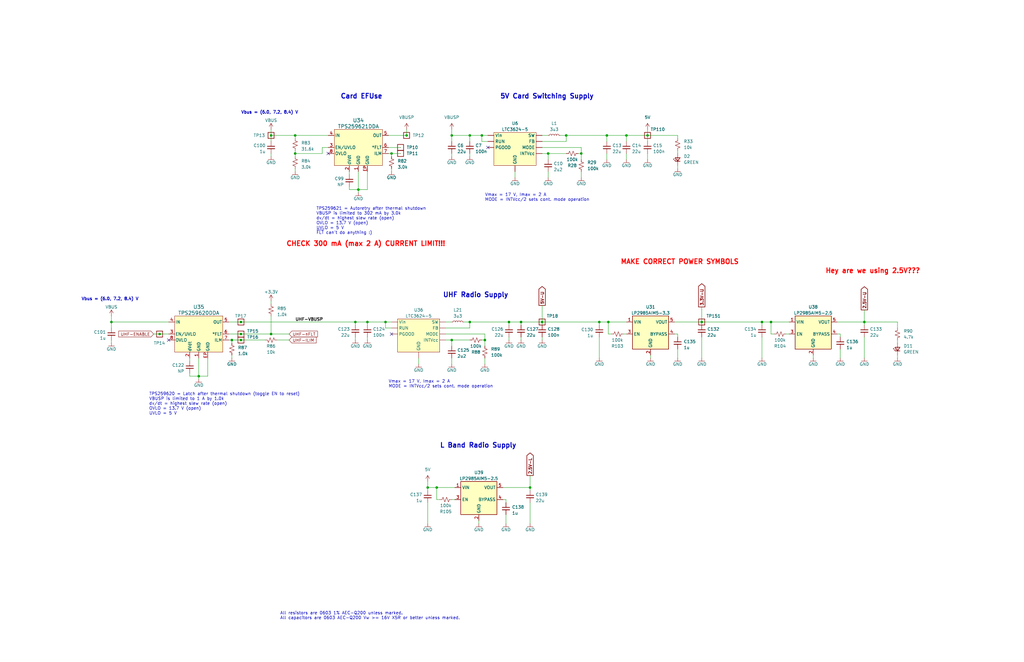
<source format=kicad_sch>
(kicad_sch (version 20230121) (generator eeschema)
  (paper "USLedger")
  (title_block (title "OreSat C3: Power") (date "2023-05-29") (rev "6.0"))
  (lib_symbols
    (symbol "Device:C_Small" (pin_numbers hide) (pin_names (offset 0.254) hide)
      (property "Reference" "C" (at 0.254 1.778 0))
      (property "Value" "C_Small" (at 0.254 -2.032 0))
      (symbol "C_Small_0_1"
        (polyline (pts (xy -1.524 -0.508) (xy 1.524 -0.508)) (stroke (width 0.3302)))
        (polyline (pts (xy -1.524 0.508) (xy 1.524 0.508)) (stroke (width 0.3048)))
      )
      (symbol "C_Small_1_1"
        (pin passive line (at 0 2.54 270) (length 2.032) (name "~") (number "1"))
        (pin passive line (at 0 -2.54 90) (length 2.032) (name "~") (number "2"))
      )
    )
    (symbol "Device:LED_Small" (pin_numbers hide) (pin_names (offset 0.254) hide)
      (property "Reference" "D" (at -1.27 3.175 0))
      (property "Value" "LED_Small" (at -4.445 -2.54 0))
      (symbol "LED_Small_0_1"
        (polyline (pts (xy -0.762 -1.016) (xy -0.762 1.016)) (stroke (width 0.254)))
        (polyline (pts (xy 1.016 0) (xy -0.762 0)))
        (polyline (pts (xy 0.762 -1.016) (xy -0.762 0) (xy 0.762 1.016) (xy 0.762 -1.016)) (stroke (width 0.254)))
        (polyline (pts (xy 0 0.762) (xy -0.508 1.27) (xy -0.254 1.27) (xy -0.508 1.27) (xy -0.508 1.016)))
        (polyline (pts (xy 0.508 1.27) (xy 0 1.778) (xy 0.254 1.778) (xy 0 1.778) (xy 0 1.524)))
      )
      (symbol "LED_Small_1_1"
        (pin passive line (at -2.54 0 0) (length 1.778) (name "K") (number "1"))
        (pin passive line (at 2.54 0 180) (length 1.778) (name "A") (number "2"))
      )
    )
    (symbol "Device:L_Small" (pin_numbers hide) (pin_names (offset 0.254) hide)
      (property "Reference" "L" (at 0.762 1.016 0))
      (property "Value" "L_Small" (at 0.762 -1.016 0))
      (symbol "L_Small_0_1"
        (arc (start 0 -2.032) (mid 0.5058 -1.524) (end 0 -1.016))
        (arc (start 0 -1.016) (mid 0.5058 -0.508) (end 0 0))
        (arc (start 0 0) (mid 0.5058 0.508) (end 0 1.016))
        (arc (start 0 1.016) (mid 0.5058 1.524) (end 0 2.032))
      )
      (symbol "L_Small_1_1"
        (pin passive line (at 0 2.54 270) (length 0.508) (name "~") (number "1"))
        (pin passive line (at 0 -2.54 90) (length 0.508) (name "~") (number "2"))
      )
    )
    (symbol "Device:R_Small_US" (pin_numbers hide) (pin_names (offset 0.254) hide)
      (property "Reference" "R" (at 0.762 0.508 0))
      (property "Value" "R_Small_US" (at 0.762 -1.016 0))
      (symbol "R_Small_US_1_1"
        (polyline (pts (xy 0 0) (xy 1.016 -0.381) (xy 0 -0.762) (xy -1.016 -1.143) (xy 0 -1.524)))
        (polyline (pts (xy 0 1.524) (xy 1.016 1.143) (xy 0 0.762) (xy -1.016 0.381) (xy 0 0)))
        (pin passive line (at 0 2.54 270) (length 1.016) (name "~") (number "1"))
        (pin passive line (at 0 -2.54 90) (length 1.016) (name "~") (number "2"))
      )
    )
    (symbol "OreSat-Power:5V" (power) (pin_names (offset 0))
      (property "Value" "5V" (at 0 3.556 0))
      (symbol "5V_0_1"
        (polyline (pts (xy -0.762 1.27) (xy 0 2.54)))
        (polyline (pts (xy 0 0) (xy 0 2.54)))
        (polyline (pts (xy 0 2.54) (xy 0.762 1.27)))
      )
      (symbol "5V_1_1"
        (pin power_in line (at 0 0 90) (length 0) hide (name "5V") (number "1"))
      )
    )
    (symbol "OreSat-Power:GND" (power) (pin_names (offset 0))
      (property "Value" "GND" (at 0 -2.54 0))
      (symbol "GND_0_1"
        (polyline (pts (xy 0 0) (xy 0 -1.27) (xy 1.27 -1.27) (xy 0 -1.27) (xy -1.27 -1.27) (xy 0 -1.27)))
      )
      (symbol "GND_1_1"
        (pin power_in line (at 0 0 270) (length 0) hide (name "GND") (number "1"))
      )
    )
    (symbol "OreSat-Power:VBUSP" (power) (pin_names (offset 0))
      (property "Value" "VBUSP" (at 0 3.556 0))
      (symbol "VBUSP_0_1"
        (polyline (pts (xy -0.762 1.27) (xy 0 2.54)))
        (polyline (pts (xy 0 0) (xy 0 2.54)))
        (polyline (pts (xy 0 2.54) (xy 0.762 1.27)))
      )
      (symbol "VBUSP_1_1"
        (pin power_in line (at 0 0 90) (length 0) hide (name "VBUSP") (number "1"))
      )
    )
    (symbol "OreSat-TestPoint:Test-Point" (pin_numbers hide) (pin_names hide)
      (property "Reference" "TP" (at 0 2.54 0))
      (symbol "Test-Point_0_1"
        (rectangle (start -1.27 1.27) (end 1.27 -1.27) (stroke (width 0.254)))
      )
      (symbol "Test-Point_1_1"
        (pin passive line (at 0 0 90) (length 0) (name "") (number "1"))
      )
    )
    (symbol "oresat-ics:LP2985-N"
      (property "Reference" "U" (at 0 10.16 0))
      (property "Value" "LP2985-N" (at 0 7.62 0))
      (symbol "LP2985-N_1_1"
        (rectangle (start -7.62 6.35) (end 7.62 -7.62) (stroke (width 0.254)) (fill (type background)))
        (pin power_in line (at -10.16 3.81 0) (length 2.54) (name "VIN") (number "1"))
        (pin power_in line (at 0 -10.16 90) (length 2.54) (name "GND") (number "2"))
        (pin input line (at -10.16 -1.27 0) (length 2.54) (name "EN") (number "3"))
        (pin passive line (at 10.16 -1.27 180) (length 2.54) (name "BYPASS") (number "4"))
        (pin power_out line (at 10.16 3.81 180) (length 2.54) (name "VOUT") (number "5"))
      )
    )
    (symbol "oresat-ics:LTC3624" (pin_numbers hide)
      (property "Reference" "U" (at 0 10.16 0))
      (property "Value" "LTC3624" (at 0 7.62 0))
      (symbol "LTC3624_1_1"
        (rectangle (start -8.89 6.35) (end 8.89 -7.62) (fill (type background)))
        (pin output line (at 11.43 5.08 180) (length 2.54) (name "SW") (number "1"))
        (pin input line (at -11.43 5.08 0) (length 2.54) (name "Vin") (number "2"))
        (pin input line (at -11.43 2.54 0) (length 2.54) (name "RUN") (number "3"))
        (pin output line (at -11.43 0 0) (length 2.54) (name "PGOOD") (number "4"))
        (pin input line (at 11.43 2.54 180) (length 2.54) (name "FB") (number "5"))
        (pin output line (at 11.43 -2.54 180) (length 2.54) (name "INTVcc") (number "6"))
        (pin input line (at 11.43 0 180) (length 2.54) (name "MODE") (number "7"))
        (pin output line (at 0 -10.16 90) (length 2.54) (name "GND") (number "8"))
        (pin output line (at 0 -10.16 90) (length 2.54) hide (name "GND") (number "9"))
      )
    )
    (symbol "oresat-ics:TPS259621DDA" (pin_names (offset 0.254))
      (property "Reference" "U" (at 0 11.43 0))
      (property "Value" "TPS259621DDA" (at 0 8.89 0))
      (symbol "TPS259621DDA_1_1"
        (rectangle (start -10.16 7.62) (end 10.16 -7.62) (fill (type background)))
        (pin power_out line (at 0 -10.16 90) (length 2.54) (name "GND") (number "1"))
        (pin output line (at -3.81 -10.16 90) (length 2.54) (name "dVdt") (number "2"))
        (pin input line (at -12.7 0 0) (length 2.54) (name "EN/UVLO") (number "3"))
        (pin power_in line (at -12.7 5.08 0) (length 2.54) (name "IN") (number "4"))
        (pin output line (at 12.7 5.08 180) (length 2.54) (name "OUT") (number "5"))
        (pin output line (at 12.7 0 180) (length 2.54) (name "*FLT") (number "6"))
        (pin output line (at 12.7 -2.54 180) (length 2.54) (name "ILM") (number "7"))
        (pin input line (at -12.7 -2.54 0) (length 2.54) (name "OVLO") (number "8"))
        (pin power_out line (at 3.81 -10.16 90) (length 2.54) (name "GND") (number "EP"))
      )
    )
    (symbol "power:+3.3V" (power) (pin_names (offset 0))
      (property "Value" "+3.3V" (at 0 3.556 0))
      (symbol "+3.3V_0_1"
        (polyline (pts (xy -0.762 1.27) (xy 0 2.54)))
        (polyline (pts (xy 0 0) (xy 0 2.54)))
        (polyline (pts (xy 0 2.54) (xy 0.762 1.27)))
      )
      (symbol "+3.3V_1_1"
        (pin power_in line (at 0 0 90) (length 0) hide (name "+3.3V") (number "1"))
      )
    )
    (symbol "power:VBUS" (power) (pin_names (offset 0))
      (property "Value" "VBUS" (at 0 3.81 0))
      (symbol "VBUS_0_1"
        (polyline (pts (xy -0.762 1.27) (xy 0 2.54)))
        (polyline (pts (xy 0 0) (xy 0 2.54)))
        (polyline (pts (xy 0 2.54) (xy 0.762 1.27)))
      )
      (symbol "VBUS_1_1"
        (pin power_in line (at 0 0 90) (length 0) hide (name "VBUS") (number "1"))
      )
    )
  )
  (junction (at 295.91 135.89))
  (junction (at 321.31 135.89))
  (junction (at 114.3 140.97))
  (junction (at 255.905 57.15))
  (junction (at 198.12 57.15))
  (junction (at 151.13 80.01))
  (junction (at 124.46 64.77))
  (junction (at 214.63 135.89))
  (junction (at 101.6 143.51))
  (junction (at 154.94 135.89))
  (junction (at 46.99 135.89))
  (junction (at 67.31 140.97))
  (junction (at 364.49 135.89))
  (junction (at 231.14 64.77))
  (junction (at 149.86 135.89))
  (junction (at 198.12 135.89))
  (junction (at 165.1 64.77))
  (junction (at 228.6 135.89))
  (junction (at 162.56 135.89))
  (junction (at 238.76 57.15))
  (junction (at 190.5 57.15))
  (junction (at 83.82 158.75))
  (junction (at 124.46 57.15))
  (junction (at 101.6 135.89))
  (junction (at 97.79 143.51))
  (junction (at 203.2 57.15))
  (junction (at 204.47 143.51))
  (junction (at 325.12 135.89))
  (junction (at 264.16 57.15))
  (junction (at 252.73 135.89))
  (junction (at 223.52 205.74))
  (junction (at 184.15 205.74))
  (junction (at 171.45 57.15))
  (junction (at 273.05 57.15))
  (junction (at 190.5 143.51))
  (junction (at 101.6 140.97))
  (junction (at 256.54 135.89))
  (junction (at 114.3 57.15))
  (junction (at 219.71 135.89))
  (junction (at 180.34 205.74))
  (junction (at 245.11 64.77))
  (no_connect (at 165.1 140.97))
  (no_connect (at 138.43 64.77))
  (no_connect (at 71.12 143.51))
  (no_connect (at 205.74 62.23))
  (wire (pts (xy 190.5 143.51) (xy 198.12 143.51)))
  (wire (pts (xy 321.31 137.16) (xy 321.31 135.89)))
  (wire (pts (xy 87.63 158.75) (xy 83.82 158.75)))
  (wire (pts (xy 46.99 143.51) (xy 46.99 144.78)))
  (wire (pts (xy 184.15 210.82) (xy 185.42 210.82)))
  (wire (pts (xy 273.05 64.77) (xy 273.05 67.31)))
  (wire (pts (xy 83.82 151.13) (xy 83.82 158.75)))
  (wire (pts (xy 187.96 138.43) (xy 198.12 138.43)))
  (wire (pts (xy 171.45 57.15) (xy 171.45 54.61)))
  (wire (pts (xy 332.74 135.89) (xy 325.12 135.89)))
  (wire (pts (xy 111.76 143.51) (xy 101.6 143.51)))
  (wire (pts (xy 187.96 143.51) (xy 190.5 143.51)))
  (wire (pts (xy 149.86 143.51) (xy 149.86 142.24)))
  (wire (pts (xy 176.53 151.13) (xy 176.53 153.67)))
  (wire (pts (xy 80.01 157.48) (xy 80.01 158.75)))
  (wire (pts (xy 114.3 59.69) (xy 114.3 57.15)))
  (wire (pts (xy 114.3 64.77) (xy 114.3 66.04)))
  (wire (pts (xy 204.47 140.97) (xy 204.47 143.51)))
  (wire (pts (xy 71.12 140.97) (xy 67.31 140.97)))
  (wire (pts (xy 223.52 200.66) (xy 223.52 205.74)))
  (wire (pts (xy 212.09 210.82) (xy 213.36 210.82)))
  (wire (pts (xy 184.15 205.74) (xy 184.15 210.82)))
  (wire (pts (xy 162.56 135.89) (xy 162.56 138.43)))
  (wire (pts (xy 256.54 135.89) (xy 252.73 135.89)))
  (wire (pts (xy 124.46 71.12) (xy 124.46 72.39)))
  (wire (pts (xy 190.5 57.15) (xy 198.12 57.15)))
  (wire (pts (xy 252.73 142.24) (xy 252.73 151.13)))
  (wire (pts (xy 295.91 151.13) (xy 295.91 142.24)))
  (wire (pts (xy 273.05 57.15) (xy 285.75 57.15)))
  (wire (pts (xy 238.76 57.15) (xy 255.905 57.15)))
  (wire (pts (xy 180.34 207.01) (xy 180.34 205.74)))
  (wire (pts (xy 231.14 64.77) (xy 231.14 67.31)))
  (wire (pts (xy 228.6 57.15) (xy 231.14 57.15)))
  (wire (pts (xy 151.13 80.01) (xy 151.13 81.28)))
  (wire (pts (xy 353.06 140.97) (xy 354.33 140.97)))
  (wire (pts (xy 46.99 135.89) (xy 46.99 133.35)))
  (wire (pts (xy 285.75 63.5) (xy 285.75 64.77)))
  (wire (pts (xy 223.52 212.09) (xy 223.52 220.98)))
  (wire (pts (xy 165.1 135.89) (xy 162.56 135.89)))
  (wire (pts (xy 354.33 151.13) (xy 354.33 147.32)))
  (wire (pts (xy 285.75 57.15) (xy 285.75 58.42)))
  (wire (pts (xy 228.6 142.24) (xy 228.6 143.51)))
  (wire (pts (xy 190.5 57.15) (xy 190.5 59.69)))
  (wire (pts (xy 190.5 54.61) (xy 190.5 57.15)))
  (wire (pts (xy 204.47 143.51) (xy 204.47 146.05)))
  (wire (pts (xy 264.16 64.77) (xy 264.16 67.31)))
  (wire (pts (xy 217.17 72.39) (xy 217.17 74.93)))
  (wire (pts (xy 274.32 151.13) (xy 274.32 149.86)))
  (wire (pts (xy 321.31 142.24) (xy 321.31 151.13)))
  (wire (pts (xy 135.89 62.23) (xy 135.89 64.77)))
  (wire (pts (xy 154.94 72.39) (xy 154.94 80.01)))
  (wire (pts (xy 154.94 135.89) (xy 154.94 137.16)))
  (wire (pts (xy 114.3 127) (xy 114.3 128.27)))
  (wire (pts (xy 231.14 64.77) (xy 238.76 64.77)))
  (wire (pts (xy 243.84 64.77) (xy 245.11 64.77)))
  (wire (pts (xy 295.91 137.16) (xy 295.91 135.89)))
  (wire (pts (xy 198.12 64.77) (xy 198.12 66.04)))
  (wire (pts (xy 228.6 135.89) (xy 252.73 135.89)))
  (wire (pts (xy 151.13 72.39) (xy 151.13 80.01)))
  (wire (pts (xy 255.905 57.15) (xy 264.16 57.15)))
  (wire (pts (xy 321.31 135.89) (xy 325.12 135.89)))
  (wire (pts (xy 325.12 135.89) (xy 325.12 140.97)))
  (wire (pts (xy 223.52 205.74) (xy 223.52 207.01)))
  (wire (pts (xy 257.81 140.97) (xy 256.54 140.97)))
  (wire (pts (xy 364.49 142.24) (xy 364.49 151.13)))
  (wire (pts (xy 273.05 54.61) (xy 273.05 57.15)))
  (wire (pts (xy 228.6 64.77) (xy 231.14 64.77)))
  (wire (pts (xy 212.09 205.74) (xy 223.52 205.74)))
  (wire (pts (xy 165.1 66.04) (xy 165.1 64.77)))
  (wire (pts (xy 264.16 59.69) (xy 264.16 57.15)))
  (wire (pts (xy 245.11 62.23) (xy 245.11 64.77)))
  (wire (pts (xy 364.49 130.81) (xy 364.49 135.89)))
  (wire (pts (xy 264.16 140.97) (xy 262.89 140.97)))
  (wire (pts (xy 154.94 80.01) (xy 151.13 80.01)))
  (wire (pts (xy 114.3 140.97) (xy 101.6 140.97)))
  (wire (pts (xy 205.74 57.15) (xy 203.2 57.15)))
  (wire (pts (xy 285.75 151.13) (xy 285.75 147.32)))
  (wire (pts (xy 124.46 63.5) (xy 124.46 64.77)))
  (wire (pts (xy 46.99 138.43) (xy 46.99 135.89)))
  (wire (pts (xy 198.12 57.15) (xy 198.12 59.69)))
  (wire (pts (xy 378.46 149.86) (xy 378.46 151.13)))
  (wire (pts (xy 147.32 80.01) (xy 151.13 80.01)))
  (wire (pts (xy 80.01 151.13) (xy 80.01 152.4)))
  (wire (pts (xy 325.12 140.97) (xy 326.39 140.97)))
  (wire (pts (xy 228.6 62.23) (xy 245.11 62.23)))
  (wire (pts (xy 256.54 135.89) (xy 264.16 135.89)))
  (wire (pts (xy 284.48 135.89) (xy 295.91 135.89)))
  (wire (pts (xy 149.86 135.89) (xy 149.86 137.16)))
  (wire (pts (xy 238.76 57.15) (xy 238.76 59.69)))
  (wire (pts (xy 67.31 140.97) (xy 64.77 140.97)))
  (wire (pts (xy 154.94 135.89) (xy 162.56 135.89)))
  (wire (pts (xy 342.9 151.13) (xy 342.9 149.86)))
  (wire (pts (xy 295.91 129.54) (xy 295.91 135.89)))
  (wire (pts (xy 195.58 135.89) (xy 198.12 135.89)))
  (wire (pts (xy 116.84 143.51) (xy 121.92 143.51)))
  (wire (pts (xy 154.94 142.24) (xy 154.94 143.51)))
  (wire (pts (xy 213.36 210.82) (xy 213.36 212.09)))
  (wire (pts (xy 364.49 135.89) (xy 364.49 137.16)))
  (wire (pts (xy 264.16 57.15) (xy 273.05 57.15)))
  (wire (pts (xy 236.22 57.15) (xy 238.76 57.15)))
  (wire (pts (xy 219.71 135.89) (xy 228.6 135.89)))
  (wire (pts (xy 162.56 138.43) (xy 165.1 138.43)))
  (wire (pts (xy 165.1 72.39) (xy 165.1 71.12)))
  (wire (pts (xy 255.905 64.77) (xy 255.905 67.31)))
  (wire (pts (xy 245.11 72.39) (xy 245.11 74.93)))
  (wire (pts (xy 114.3 57.15) (xy 114.3 54.61)))
  (wire (pts (xy 163.83 64.77) (xy 165.1 64.77)))
  (wire (pts (xy 187.96 135.89) (xy 190.5 135.89)))
  (wire (pts (xy 147.32 78.74) (xy 147.32 80.01)))
  (wire (pts (xy 198.12 57.15) (xy 203.2 57.15)))
  (wire (pts (xy 191.77 210.82) (xy 190.5 210.82)))
  (wire (pts (xy 245.11 64.77) (xy 245.11 67.31)))
  (wire (pts (xy 213.36 220.98) (xy 213.36 217.17)))
  (wire (pts (xy 83.82 158.75) (xy 83.82 160.02)))
  (wire (pts (xy 214.63 137.16) (xy 214.63 135.89)))
  (wire (pts (xy 198.12 135.89) (xy 214.63 135.89)))
  (wire (pts (xy 97.79 144.78) (xy 97.79 143.51)))
  (wire (pts (xy 285.75 69.85) (xy 285.75 71.12)))
  (wire (pts (xy 332.74 140.97) (xy 331.47 140.97)))
  (wire (pts (xy 187.96 140.97) (xy 204.47 140.97)))
  (wire (pts (xy 80.01 158.75) (xy 83.82 158.75)))
  (wire (pts (xy 228.6 135.89) (xy 228.6 137.16)))
  (wire (pts (xy 203.2 59.69) (xy 205.74 59.69)))
  (wire (pts (xy 203.2 143.51) (xy 204.47 143.51)))
  (wire (pts (xy 285.75 140.97) (xy 285.75 142.24)))
  (wire (pts (xy 149.86 135.89) (xy 154.94 135.89)))
  (wire (pts (xy 252.73 135.89) (xy 252.73 137.16)))
  (wire (pts (xy 354.33 140.97) (xy 354.33 142.24)))
  (wire (pts (xy 180.34 205.74) (xy 184.15 205.74)))
  (wire (pts (xy 256.54 140.97) (xy 256.54 135.89)))
  (wire (pts (xy 228.6 128.905) (xy 228.6 135.89)))
  (wire (pts (xy 114.3 57.15) (xy 124.46 57.15)))
  (wire (pts (xy 124.46 64.77) (xy 124.46 66.04)))
  (wire (pts (xy 378.46 135.89) (xy 364.49 135.89)))
  (wire (pts (xy 114.3 133.35) (xy 114.3 140.97)))
  (wire (pts (xy 204.47 151.13) (xy 204.47 153.67)))
  (wire (pts (xy 201.93 220.98) (xy 201.93 219.71)))
  (wire (pts (xy 180.34 212.09) (xy 180.34 220.98)))
  (wire (pts (xy 165.1 64.77) (xy 168.91 64.77)))
  (wire (pts (xy 198.12 135.89) (xy 198.12 138.43)))
  (wire (pts (xy 191.77 205.74) (xy 184.15 205.74)))
  (wire (pts (xy 97.79 151.13) (xy 97.79 149.86)))
  (wire (pts (xy 96.52 140.97) (xy 101.6 140.97)))
  (wire (pts (xy 163.83 57.15) (xy 171.45 57.15)))
  (wire (pts (xy 121.92 140.97) (xy 114.3 140.97)))
  (wire (pts (xy 190.5 151.13) (xy 190.5 153.67)))
  (wire (pts (xy 255.905 59.69) (xy 255.905 57.15)))
  (wire (pts (xy 321.31 135.89) (xy 295.91 135.89)))
  (wire (pts (xy 273.05 57.15) (xy 273.05 59.69)))
  (wire (pts (xy 190.5 66.04) (xy 190.5 64.77)))
  (wire (pts (xy 378.46 135.89) (xy 378.46 138.43)))
  (wire (pts (xy 353.06 135.89) (xy 364.49 135.89)))
  (wire (pts (xy 46.99 135.89) (xy 71.12 135.89)))
  (wire (pts (xy 138.43 62.23) (xy 135.89 62.23)))
  (wire (pts (xy 219.71 137.16) (xy 219.71 135.89)))
  (wire (pts (xy 190.5 143.51) (xy 190.5 146.05)))
  (wire (pts (xy 147.32 72.39) (xy 147.32 73.66)))
  (wire (pts (xy 214.63 142.24) (xy 214.63 143.51)))
  (wire (pts (xy 96.52 143.51) (xy 97.79 143.51)))
  (wire (pts (xy 219.71 142.24) (xy 219.71 143.51)))
  (wire (pts (xy 228.6 59.69) (xy 238.76 59.69)))
  (wire (pts (xy 214.63 135.89) (xy 219.71 135.89)))
  (wire (pts (xy 135.89 64.77) (xy 124.46 64.77)))
  (wire (pts (xy 378.46 143.51) (xy 378.46 144.78)))
  (wire (pts (xy 124.46 57.15) (xy 138.43 57.15)))
  (wire (pts (xy 124.46 58.42) (xy 124.46 57.15)))
  (wire (pts (xy 96.52 135.89) (xy 101.6 135.89)))
  (wire (pts (xy 203.2 57.15) (xy 203.2 59.69)))
  (wire (pts (xy 97.79 143.51) (xy 101.6 143.51)))
  (wire (pts (xy 101.6 135.89) (xy 149.86 135.89)))
  (wire (pts (xy 163.83 62.23) (xy 168.91 62.23)))
  (wire (pts (xy 87.63 151.13) (xy 87.63 158.75)))
  (wire (pts (xy 231.14 72.39) (xy 231.14 74.93)))
  (wire (pts (xy 180.34 203.2) (xy 180.34 205.74)))
  (wire (pts (xy 284.48 140.97) (xy 285.75 140.97)))
  (text "CHECK 300 mA (max 2 A) CURRENT LIMIT!!!" (at 120.65 104.14 0) (effects (font (size 2 2) bold) (justify left bottom)))
  (text "Vbus = (6.0, 7.2, 8.4) V" (at 34.29 127 0) (effects (font (size 1.27 1.27) bold) (justify left bottom)))
  (text "5V Card Switching Supply" (at 210.82 41.91 0) (effects (font (size 2 2) (thickness 0.4) bold) (justify left bottom)))
  (text "Vbus = (6.0, 7.2, 8.4) V" (at 101.6 48.26 0) (effects (font (size 1.27 1.27) bold) (justify left bottom)))
  (text "Vmax = 17 V, Imax = 2 A\nMODE = INTVcc/2 sets cont. mode operation" (at 163.83 163.83 0) (effects (font (size 1.27 1.27)) (justify left bottom)))
  (text "Hey are we using 2.5V???" (at 347.98 115.57 0) (effects (font (size 2 2) bold) (justify left bottom)))
  (text "All resistors are 0603 1% AEC-Q200 unless marked.\nAll capacitors are 0603 AEC-Q200 Vw >= 16V X5R or better unless marked." (at 118.11 261.62 0) (effects (font (size 1.27 1.27)) (justify left bottom)))
  (text "UHF Radio Supply" (at 186.69 125.73 0) (effects (font (size 2 2) (thickness 0.4) bold) (justify left bottom)))
  (text "Vmax = 17 V, Imax = 2 A\nMODE = INTVcc/2 sets cont. mode operation" (at 204.47 85.09 0) (effects (font (size 1.27 1.27)) (justify left bottom)))
  (text "TPS259621 = Autoretry after thermal shutdown\nVBUSP is limited to 302 mA by 3.0k\ndv/dt = highest slew rate (open)\nOVLO = 13.7 V (open)\nUVLO = 5 V\n~{FLT} can't do anything :)" (at 133.35 99.06 0) (effects (font (size 1.27 1.27)) (justify left bottom)))
  (text "Card EFUse" (at 143.51 41.91 0) (effects (font (size 2 2) (thickness 0.4) bold) (justify left bottom)))
  (text "TPS259620 = Latch after thermal shutdown (toggle EN to reset)\nVBUSP is limited to 1 A by 1.0k\ndv/dt = highest slew rate (open)\nOVLO = 13.7 V (open)\nUVLO = 5 V" (at 62.865 175.26 0) (effects (font (size 1.27 1.27)) (justify left bottom)))
  (text "MAKE CORRECT POWER SYMBOLS" (at 261.62 111.76 0) (effects (font (size 2 2) bold) (justify left bottom)))
  (text "L Band Radio Supply" (at 185.42 189.23 0) (effects (font (size 2 2) (thickness 0.4) bold) (justify left bottom)))
  (label "UHF-VBUSP" (at 124.46 135.89 0) (effects (font bold)))
  (global_label "UHF-ILIM" (shape input) (at 121.92 143.51 0) (property "Intersheetrefs" "${INTERSHEET_REFS}" (at 133.8369 143.51 0) (effects (justify left))))
  (global_label "2.5V-L" (shape output) (at 223.52 200.66 90) (effects (font (thickness 0.254) bold)) (property "Intersheetrefs" "${INTERSHEET_REFS}" (at 223.52 190.6129 90) (effects (justify left))))
  (global_label "2.5V-U" (shape output) (at 364.49 130.81 90) (effects (font (thickness 0.254) bold)) (property "Intersheetrefs" "${INTERSHEET_REFS}" (at 364.49 120.4605 90) (effects (justify left))))
  (global_label "UHF-ENABLE" (shape input) (at 64.77 140.97 180) (property "Intersheetrefs" "${INTERSHEET_REFS}" (at 49.527 140.97 0) (effects (justify right))))
  (global_label "UHF-nFLT" (shape input) (at 121.92 140.97 0) (property "Intersheetrefs" "${INTERSHEET_REFS}" (at 134.3811 140.97 0) (effects (justify left))))
  (global_label "5V-U" (shape output) (at 228.6 128.905 90) (effects (font bold)) (property "Intersheetrefs" "${INTERSHEET_REFS}" (at 228.6 120.3698 90) (effects (justify left))))
  (global_label "3.3V-U" (shape output) (at 295.91 129.54 90) (effects (font (thickness 0.254) bold)) (property "Intersheetrefs" "${INTERSHEET_REFS}" (at 295.91 119.1905 90) (effects (justify left))))
  (symbol (lib_id "OreSat-Power:GND") (at 149.86 143.51 0) (unit 1)
    (property "Reference" "#GND024" (effects hide))
    (property "Value" "GND" (at 149.86 146.05 0))
  )
  (symbol (lib_id "OreSat-Power:GND") (at 321.31 151.13 0) (unit 1)
    (property "Reference" "#GND060" (effects hide))
    (property "Value" "GND" (at 321.31 153.67 0))
  )
  (symbol (lib_id "Device:R_Small_US") (at 260.35 140.97 90) (unit 1)
    (property "Reference" "R103" (at 260.35 146.05 90))
    (property "Value" "100k" (at 260.35 143.51 90))
    (property "Footprint" "Resistor_SMD:R_0603_1608Metric" (effects hide))
  )
  (symbol (lib_id "OreSat-Power:GND") (at 223.52 220.98 0) (unit 1)
    (property "Reference" "#GND065" (effects hide))
    (property "Value" "GND" (at 223.52 223.52 0))
  )
  (symbol (lib_id "oresat-ics:LTC3624") (at 176.53 140.97 0) (unit 1)
    (property "Reference" "U36" (at 176.53 130.81 0))
    (property "Value" "LTC3624-5" (at 176.53 133.35 0))
    (property "Footprint" "Package_DFN_QFN:DFN-8-1EP_3x3mm_P0.5mm_EP1.65x2.38mm_ThermalVias" (effects hide))
    (property "Datasheet" "https://www.analog.com/media/en/technical-documentation/data-sheets/36242fd.pdf" (effects hide))
  )
  (symbol (lib_id "OreSat-Power:GND") (at 190.5 66.04 0) (unit 1)
    (property "Reference" "#GND0128" (effects hide))
    (property "Value" "GND" (at 190.5 68.58 0))
  )
  (symbol (lib_id "Device:C_Small") (at 354.33 144.78 0) (unit 1)
    (property "Reference" "C136" (at 356.87 144.1513 0) (effects (justify left)))
    (property "Value" "1u" (at 356.87 146.6913 0) (effects (justify left)))
    (property "Footprint" "Capacitor_SMD:C_0603_1608Metric" (effects hide))
  )
  (symbol (lib_id "OreSat-Power:5V") (at 273.05 54.61 0) (unit 1)
    (property "Reference" "#5V0102" (effects hide))
    (property "Value" "5V" (at 273.05 49.53 0))
  )
  (symbol (lib_id "Device:C_Small") (at 198.12 62.23 0) (unit 1)
    (property "Reference" "C7" (at 200.4441 61.4016 0) (effects (justify left)))
    (property "Value" "100n" (at 200.4441 63.9385 0) (effects (justify left)))
    (property "Footprint" "Capacitor_SMD:C_0603_1608Metric" (effects hide))
  )
  (symbol (lib_id "Device:C_Small") (at 190.5 62.23 0) (unit 1)
    (property "Reference" "C6" (at 192.8241 61.4016 0) (effects (justify left)))
    (property "Value" "22u" (at 192.8241 63.9385 0) (effects (justify left)))
    (property "Footprint" "Capacitor_SMD:C_1210_3225Metric" (effects hide))
    (property "Description" "CAP CER 22UF 16V X7R 1210" (effects hide))
    (property "MFR" "Samsung Electro-Mechanics" (effects hide))
    (property "MPN" "CL32B226MOJVPNE" (effects hide))
  )
  (symbol (lib_id "Device:C_Small") (at 255.905 62.23 0) (unit 1)
    (property "Reference" "C13" (at 258.2291 61.4016 0) (effects (justify left)))
    (property "Value" "22u" (at 258.2291 63.9385 0) (effects (justify left)))
    (property "Footprint" "Capacitor_SMD:C_1210_3225Metric" (effects hide))
    (property "MPN" "CL32B226MOJVPNE" (effects hide))
    (property "MFR" "Samsung Electro-Mechanics" (effects hide))
    (property "Description" "CAP CER 22UF 16V X7R 1210" (effects hide))
  )
  (symbol (lib_id "OreSat-TestPoint:Test-Point") (at 295.91 135.89 0) (unit 1)
    (property "Reference" "TP151" (at 297.815 133.35 0) (effects (justify left)))
    (property "Value" "Test-Point" (effects hide))
    (property "Footprint" "OreSat-TestPoint:1X01" (effects hide))
  )
  (symbol (lib_id "Device:C_Small") (at 213.36 214.63 0) (unit 1)
    (property "Reference" "C138" (at 215.9 214.0013 0) (effects (justify left)))
    (property "Value" "1u" (at 215.9 216.5413 0) (effects (justify left)))
    (property "Footprint" "Capacitor_SMD:C_0603_1608Metric" (effects hide))
  )
  (symbol (lib_id "Device:R_Small_US") (at 97.79 147.32 0) (unit 1)
    (property "Reference" "R87" (at 100.33 146.685 0) (effects (justify left)))
    (property "Value" "1.0k" (at 100.33 149.225 0) (effects (justify left)))
    (property "Footprint" "Resistor_SMD:R_0603_1608Metric" (effects hide))
  )
  (symbol (lib_id "OreSat-TestPoint:Test-Point") (at 101.6 140.97 0) (unit 1)
    (property "Reference" "TP15" (at 104.14 139.7 0) (effects (justify left)))
    (property "Value" "Test-Point" (effects hide))
    (property "Footprint" "OreSat-TestPoint:1X01" (effects hide))
  )
  (symbol (lib_id "power:VBUS") (at 46.99 133.35 0) (unit 1)
    (property "Reference" "#PWR09" (effects hide))
    (property "Value" "VBUS" (at 46.99 129.54 0))
  )
  (symbol (lib_id "Device:C_Small") (at 214.63 139.7 0) (mirror y) (unit 1)
    (property "Reference" "C126" (at 212.3059 138.8716 0) (effects (justify left)))
    (property "Value" "22u" (at 212.3059 141.4085 0) (effects (justify left)))
    (property "Footprint" "Capacitor_SMD:C_1210_3225Metric" (effects hide))
    (property "MPN" "CL32B226MOJVPNE" (effects hide))
    (property "MFR" "Samsung Electro-Mechanics" (effects hide))
    (property "Description" "CAP CER 22UF 16V X7R 1210" (effects hide))
  )
  (symbol (lib_id "OreSat-Power:GND") (at 364.49 151.13 0) (unit 1)
    (property "Reference" "#GND061" (effects hide))
    (property "Value" "GND" (at 364.49 153.67 0))
  )
  (symbol (lib_id "OreSat-TestPoint:Test-Point") (at 101.6 143.51 0) (unit 1)
    (property "Reference" "TP16" (at 104.14 142.24 0) (effects (justify left)))
    (property "Value" "Test-Point" (effects hide))
    (property "Footprint" "OreSat-TestPoint:1X01" (effects hide))
  )
  (symbol (lib_id "Device:C_Small") (at 180.34 209.55 0) (mirror y) (unit 1)
    (property "Reference" "C137" (at 178.0159 208.7216 0) (effects (justify left)))
    (property "Value" "1u" (at 178.0159 211.2585 0) (effects (justify left)))
    (property "Footprint" "Capacitor_SMD:C_0603_1608Metric" (effects hide))
  )
  (symbol (lib_id "Device:L_Small") (at 193.04 135.89 90) (unit 1)
    (property "Reference" "L21" (at 193.04 130.81 90))
    (property "Value" "3u3" (at 193.04 133.35 90))
    (property "Footprint" "oresat-footprints:L_ECS-MPI4040" (effects hide))
    (property "Datasheet" "https://ecsxtal.com/store/pdf/ECS-MPI4040.pdf" (effects hide))
    (property "MFR" "ECS Inc." (effects hide))
    (property "MPN" "ECS-MPI4040R3-3R3-R" (effects hide))
    (property "Description" "FIXED IND 3.3UH 3A 60 MOHM SMD" (effects hide))
  )
  (symbol (lib_id "Device:R_Small_US") (at 114.3 143.51 270) (mirror x) (unit 1)
    (property "Reference" "R86" (at 114.3 146.05 90))
    (property "Value" "10k" (at 114.3 148.59 90))
    (property "Footprint" "Resistor_SMD:R_0603_1608Metric" (effects hide))
  )
  (symbol (lib_id "Device:C_Small") (at 190.5 148.59 0) (unit 1)
    (property "Reference" "C125" (at 192.8241 147.7616 0) (effects (justify left)))
    (property "Value" "2u2" (at 192.8241 150.2985 0) (effects (justify left)))
    (property "Footprint" "Capacitor_SMD:C_0603_1608Metric" (effects hide))
  )
  (symbol (lib_id "OreSat-Power:GND") (at 83.82 160.02 0) (unit 1)
    (property "Reference" "#GND025" (effects hide))
    (property "Value" "GND" (at 83.82 162.56 0))
  )
  (symbol (lib_id "oresat-ics:LP2985-N") (at 274.32 139.7 0) (unit 1)
    (property "Reference" "U31" (at 274.32 129.54 0))
    (property "Value" "LP2985AIM5-3.3" (at 274.32 132.08 0))
    (property "Datasheet" "https://www.ti.com/lit/ds/symlink/lp2985-n.pdf" (effects hide))
  )
  (symbol (lib_id "Device:R_Small_US") (at 245.11 69.85 0) (unit 1)
    (property "Reference" "R29" (at 247.65 68.5799 0) (effects (justify left)))
    (property "Value" "100k" (at 247.65 71.1199 0) (effects (justify left)))
    (property "Footprint" "Resistor_SMD:R_0603_1608Metric" (effects hide))
  )
  (symbol (lib_id "Device:LED_Small") (at 378.46 147.32 90) (unit 1)
    (property "Reference" "D11" (at 381 145.9864 90) (effects (justify right)))
    (property "Value" "GREEN" (at 381 148.5264 90) (effects (justify right)))
    (property "Footprint" "LED_SMD:LED_0603_1608Metric" (effects hide))
  )
  (symbol (lib_id "OreSat-Power:GND") (at 201.93 220.98 0) (unit 1)
    (property "Reference" "#GND063" (effects hide))
    (property "Value" "GND" (at 201.93 223.52 0))
  )
  (symbol (lib_id "OreSat-Power:GND") (at 295.91 151.13 0) (unit 1)
    (property "Reference" "#GND059" (effects hide))
    (property "Value" "GND" (at 295.91 153.67 0))
  )
  (symbol (lib_id "OreSat-TestPoint:Test-Point") (at 168.91 62.23 0) (unit 1)
    (property "Reference" "TP10" (at 171.45 62.23 0) (effects (justify left)))
    (property "Value" "Test-Point" (effects hide))
    (property "Footprint" "OreSat-TestPoint:1X01" (effects hide))
  )
  (symbol (lib_id "OreSat-Power:5V") (at 180.34 203.2 0) (unit 1)
    (property "Reference" "#5V01" (effects hide))
    (property "Value" "5V" (at 180.34 198.12 0))
  )
  (symbol (lib_id "Device:C_Small") (at 273.05 62.23 0) (unit 1)
    (property "Reference" "C15" (at 275.3741 61.4016 0) (effects (justify left)))
    (property "Value" "100n" (at 275.3741 63.9385 0) (effects (justify left)))
    (property "Footprint" "Capacitor_SMD:C_0603_1608Metric" (effects hide))
  )
  (symbol (lib_id "Device:R_Small_US") (at 187.96 210.82 90) (unit 1)
    (property "Reference" "R105" (at 187.96 215.9 90))
    (property "Value" "100k" (at 187.96 213.36 90))
    (property "Footprint" "Resistor_SMD:R_0603_1608Metric" (effects hide))
  )
  (symbol (lib_id "Device:C_Small") (at 228.6 139.7 0) (unit 1)
    (property "Reference" "C128" (at 230.9241 138.8716 0) (effects (justify left)))
    (property "Value" "100n" (at 230.9241 141.4085 0) (effects (justify left)))
    (property "Footprint" "Capacitor_SMD:C_0603_1608Metric" (effects hide))
  )
  (symbol (lib_id "OreSat-Power:GND") (at 97.79 151.13 0) (unit 1)
    (property "Reference" "#GND026" (effects hide))
    (property "Value" "GND" (at 97.79 153.67 0))
  )
  (symbol (lib_id "OreSat-Power:GND") (at 165.1 72.39 0) (unit 1)
    (property "Reference" "#GND019" (effects hide))
    (property "Value" "GND" (at 165.1 74.93 0))
  )
  (symbol (lib_id "OreSat-Power:GND") (at 214.63 143.51 0) (unit 1)
    (property "Reference" "#GND031" (effects hide))
    (property "Value" "GND" (at 214.63 146.05 0))
  )
  (symbol (lib_id "Device:C_Small") (at 231.14 69.85 0) (unit 1)
    (property "Reference" "C10" (at 233.4641 69.0216 0) (effects (justify left)))
    (property "Value" "2u2" (at 233.4641 71.5585 0) (effects (justify left)))
    (property "Footprint" "Capacitor_SMD:C_0603_1608Metric" (effects hide))
  )
  (symbol (lib_id "OreSat-Power:GND") (at 154.94 143.51 0) (unit 1)
    (property "Reference" "#GND027" (effects hide))
    (property "Value" "GND" (at 154.94 146.05 0))
  )
  (symbol (lib_id "OreSat-Power:GND") (at 176.53 153.67 0) (unit 1)
    (property "Reference" "#GND028" (effects hide))
    (property "Value" "GND" (at 176.53 156.21 0))
  )
  (symbol (lib_id "Device:C_Small") (at 285.75 144.78 0) (unit 1)
    (property "Reference" "C135" (at 288.29 144.1513 0) (effects (justify left)))
    (property "Value" "1u" (at 288.29 146.6913 0) (effects (justify left)))
    (property "Footprint" "Capacitor_SMD:C_0603_1608Metric" (effects hide))
  )
  (symbol (lib_id "Device:R_Small_US") (at 124.46 60.96 0) (unit 1)
    (property "Reference" "R83" (at 127 60.325 0) (effects (justify left)))
    (property "Value" "31.6k" (at 127 62.865 0) (effects (justify left)))
    (property "Footprint" "Resistor_SMD:R_0603_1608Metric" (effects hide))
  )
  (symbol (lib_id "Device:C_Small") (at 364.49 139.7 0) (unit 1)
    (property "Reference" "C133" (at 366.8141 138.8716 0) (effects (justify left)))
    (property "Value" "22u" (at 366.8141 141.4085 0) (effects (justify left)))
    (property "Footprint" "Capacitor_SMD:C_1210_3225Metric" (effects hide))
    (property "MPN" "CL32B226MOJVPNE" (effects hide))
    (property "MFR" "Samsung Electro-Mechanics" (effects hide))
    (property "Description" "CAP CER 22UF 16V X7R 1210" (effects hide))
  )
  (symbol (lib_id "OreSat-TestPoint:Test-Point") (at 273.05 57.15 0) (unit 1)
    (property "Reference" "TP110" (at 274.32 54.61 0) (effects (justify left)))
    (property "Value" "Test-Point" (effects hide))
    (property "Footprint" "OreSat-TestPoint:1X01" (effects hide))
  )
  (symbol (lib_id "Device:C_Small") (at 264.16 62.23 0) (unit 1)
    (property "Reference" "C14" (at 266.4841 61.4016 0) (effects (justify left)))
    (property "Value" "22u" (at 266.4841 63.9385 0) (effects (justify left)))
    (property "Footprint" "Capacitor_SMD:C_1210_3225Metric" (effects hide))
    (property "MPN" "CL32B226MOJVPNE" (effects hide))
    (property "MFR" "Samsung Electro-Mechanics" (effects hide))
    (property "Description" "CAP CER 22UF 16V X7R 1210" (effects hide))
  )
  (symbol (lib_id "OreSat-Power:GND") (at 264.16 67.31 0) (unit 1)
    (property "Reference" "#GND0127" (effects hide))
    (property "Value" "GND" (at 264.16 69.85 0))
  )
  (symbol (lib_id "OreSat-Power:GND") (at 342.9 151.13 0) (unit 1)
    (property "Reference" "#GND055" (effects hide))
    (property "Value" "GND" (at 342.9 153.67 0))
  )
  (symbol (lib_id "OreSat-Power:GND") (at 252.73 151.13 0) (unit 1)
    (property "Reference" "#GND058" (effects hide))
    (property "Value" "GND" (at 252.73 153.67 0))
  )
  (symbol (lib_id "Device:C_Small") (at 154.94 139.7 0) (unit 1)
    (property "Reference" "C124" (at 157.2641 138.8716 0) (effects (justify left)))
    (property "Value" "100n" (at 157.2641 141.4085 0) (effects (justify left)))
    (property "Footprint" "Capacitor_SMD:C_0603_1608Metric" (effects hide))
  )
  (symbol (lib_id "Device:R_Small_US") (at 378.46 140.97 0) (mirror x) (unit 1)
    (property "Reference" "R90" (at 381 139.7 0) (effects (justify left)))
    (property "Value" "4.7k" (at 381 142.24 0) (effects (justify left)))
    (property "Footprint" "Resistor_SMD:R_0603_1608Metric" (effects hide))
  )
  (symbol (lib_id "oresat-ics:LTC3624") (at 217.17 62.23 0) (unit 1)
    (property "Reference" "U6" (at 217.17 52.07 0))
    (property "Value" "LTC3624-5" (at 217.17 54.61 0))
    (property "Footprint" "Package_DFN_QFN:DFN-8-1EP_3x3mm_P0.5mm_EP1.65x2.38mm_ThermalVias" (effects hide))
    (property "Datasheet" "https://www.analog.com/media/en/technical-documentation/data-sheets/36242fd.pdf" (effects hide))
  )
  (symbol (lib_id "Device:C_Small") (at 219.71 139.7 0) (unit 1)
    (property "Reference" "C127" (at 222.0341 138.8716 0) (effects (justify left)))
    (property "Value" "22u" (at 222.0341 141.4085 0) (effects (justify left)))
    (property "Footprint" "Capacitor_SMD:C_1210_3225Metric" (effects hide))
    (property "MPN" "CL32B226MOJVPNE" (effects hide))
    (property "MFR" "Samsung Electro-Mechanics" (effects hide))
    (property "Description" "CAP CER 22UF 16V X7R 1210" (effects hide))
  )
  (symbol (lib_id "Device:C_Small") (at 149.86 139.7 0) (mirror y) (unit 1)
    (property "Reference" "C123" (at 147.5359 138.8716 0) (effects (justify left)))
    (property "Value" "22u" (at 147.5359 141.4085 0) (effects (justify left)))
    (property "Footprint" "Capacitor_SMD:C_1210_3225Metric" (effects hide))
    (property "Description" "CAP CER 22UF 16V X7R 1210" (effects hide))
    (property "MFR" "Samsung Electro-Mechanics" (effects hide))
    (property "MPN" "CL32B226MOJVPNE" (effects hide))
  )
  (symbol (lib_id "Device:R_Small_US") (at 114.3 130.81 0) (unit 1)
    (property "Reference" "R85" (at 116.84 130.175 0) (effects (justify left)))
    (property "Value" "1.0k" (at 116.84 132.715 0) (effects (justify left)))
    (property "Footprint" "Resistor_SMD:R_0603_1608Metric" (effects hide))
  )
  (symbol (lib_id "OreSat-Power:GND") (at 124.46 72.39 0) (unit 1)
    (property "Reference" "#GND022" (effects hide))
    (property "Value" "GND" (at 124.46 74.93 0))
  )
  (symbol (lib_id "Device:C_Small") (at 46.99 140.97 0) (mirror y) (unit 1)
    (property "Reference" "C101" (at 44.6659 140.1416 0) (effects (justify left)))
    (property "Value" "1u" (at 44.6659 142.6785 0) (effects (justify left)))
    (property "Footprint" "Capacitor_SMD:C_0603_1608Metric" (effects hide))
  )
  (symbol (lib_id "Device:C_Small") (at 252.73 139.7 0) (mirror y) (unit 1)
    (property "Reference" "C130" (at 250.19 139.0713 0) (effects (justify left)))
    (property "Value" "1u" (at 250.19 141.6113 0) (effects (justify left)))
    (property "Footprint" "Capacitor_SMD:C_0603_1608Metric" (effects hide))
  )
  (symbol (lib_id "OreSat-Power:GND") (at 151.13 81.28 0) (unit 1)
    (property "Reference" "#GND018" (effects hide))
    (property "Value" "GND" (at 151.13 83.82 0))
  )
  (symbol (lib_id "oresat-ics:LP2985-N") (at 342.9 139.7 0) (unit 1)
    (property "Reference" "U38" (at 342.9 129.54 0))
    (property "Value" "LP2985AIM5-2.5" (at 342.9 132.08 0))
    (property "Datasheet" "https://www.ti.com/lit/ds/symlink/lp2985-n.pdf" (effects hide))
  )
  (symbol (lib_id "OreSat-Power:VBUSP") (at 190.5 54.61 0) (unit 1)
    (property "Reference" "#VBUSP0102" (effects hide))
    (property "Value" "VBUSP" (at 190.5 49.53 0))
  )
  (symbol (lib_id "OreSat-TestPoint:Test-Point") (at 67.31 140.97 270) (unit 1)
    (property "Reference" "TP14" (at 64.77 144.78 90) (effects (justify left)))
    (property "Value" "Test-Point" (effects hide))
    (property "Footprint" "OreSat-TestPoint:1X01" (effects hide))
  )
  (symbol (lib_id "OreSat-TestPoint:Test-Point") (at 171.45 57.15 0) (unit 1)
    (property "Reference" "TP12" (at 173.99 57.15 0) (effects (justify left)))
    (property "Value" "Test-Point" (effects hide))
    (property "Footprint" "OreSat-TestPoint:1X01" (effects hide))
  )
  (symbol (lib_id "Device:C_Small") (at 223.52 209.55 0) (unit 1)
    (property "Reference" "C139" (at 225.8441 208.7216 0) (effects (justify left)))
    (property "Value" "22u" (at 225.8441 211.2585 0) (effects (justify left)))
    (property "Footprint" "Capacitor_SMD:C_1210_3225Metric" (effects hide))
    (property "MPN" "CL32B226MOJVPNE" (effects hide))
    (property "MFR" "Samsung Electro-Mechanics" (effects hide))
    (property "Description" "CAP CER 22UF 16V X7R 1210" (effects hide))
  )
  (symbol (lib_id "OreSat-Power:GND") (at 114.3 66.04 0) (unit 1)
    (property "Reference" "#GND021" (effects hide))
    (property "Value" "GND" (at 114.3 68.58 0))
  )
  (symbol (lib_id "oresat-ics:LP2985-N") (at 201.93 209.55 0) (unit 1)
    (property "Reference" "U39" (at 201.93 199.39 0))
    (property "Value" "LP2985AIM5-2.5" (at 201.93 201.93 0))
    (property "Datasheet" "https://www.ti.com/lit/ds/symlink/lp2985-n.pdf" (effects hide))
  )
  (symbol (lib_id "Device:C_Small") (at 147.32 76.2 0) (mirror y) (unit 1)
    (property "Reference" "C99" (at 144.9959 75.3716 0) (effects (justify left)))
    (property "Value" "NP" (at 144.9959 77.9085 0) (effects (justify left)))
    (property "Footprint" "Capacitor_SMD:C_0603_1608Metric" (effects hide))
  )
  (symbol (lib_id "oresat-ics:TPS259621DDA") (at 151.13 62.23 0) (unit 1)
    (property "Reference" "U34" (at 151.13 50.8 0) (effects (font (size 1.524 1.524))))
    (property "Value" "TPS259621DDA" (at 151.13 53.34 0) (effects (font (size 1.524 1.524))))
    (property "Footprint" "SO-PP-DDA-8_TEX" (effects hide))
    (property "Datasheet" "https://www.ti.com/lit/ds/symlink/tps2596.pdf" (effects hide))
  )
  (symbol (lib_id "Device:R_Small_US") (at 204.47 148.59 0) (unit 1)
    (property "Reference" "R89" (at 207.01 147.3199 0) (effects (justify left)))
    (property "Value" "100k" (at 207.01 149.8599 0) (effects (justify left)))
    (property "Footprint" "Resistor_SMD:R_0603_1608Metric" (effects hide))
  )
  (symbol (lib_id "Device:C_Small") (at 295.91 139.7 0) (unit 1)
    (property "Reference" "C132" (at 298.2341 138.8716 0) (effects (justify left)))
    (property "Value" "22u" (at 298.2341 141.4085 0) (effects (justify left)))
    (property "Footprint" "Capacitor_SMD:C_1210_3225Metric" (effects hide))
    (property "MPN" "CL32B226MOJVPNE" (effects hide))
    (property "MFR" "Samsung Electro-Mechanics" (effects hide))
    (property "Description" "CAP CER 22UF 16V X7R 1210" (effects hide))
  )
  (symbol (lib_id "OreSat-Power:GND") (at 217.17 74.93 0) (unit 1)
    (property "Reference" "#GND0129" (effects hide))
    (property "Value" "GND" (at 217.17 77.47 0))
  )
  (symbol (lib_id "OreSat-Power:GND") (at 198.12 66.04 0) (unit 1)
    (property "Reference" "#GND0125" (effects hide))
    (property "Value" "GND" (at 198.12 68.58 0))
  )
  (symbol (lib_id "OreSat-Power:GND") (at 354.33 151.13 0) (unit 1)
    (property "Reference" "#GND056" (effects hide))
    (property "Value" "GND" (at 354.33 153.67 0))
  )
  (symbol (lib_id "OreSat-TestPoint:Test-Point") (at 114.3 57.15 180) (unit 1)
    (property "Reference" "TP13" (at 111.76 57.15 0) (effects (justify left)))
    (property "Value" "Test-Point" (effects hide))
    (property "Footprint" "OreSat-TestPoint:1X01" (effects hide))
  )
  (symbol (lib_id "Device:LED_Small") (at 285.75 67.31 90) (unit 1)
    (property "Reference" "D2" (at 288.29 65.9764 90) (effects (justify right)))
    (property "Value" "GREEN" (at 288.29 68.5164 90) (effects (justify right)))
    (property "Footprint" "LED_SMD:LED_0603_1608Metric" (effects hide))
  )
  (symbol (lib_id "Device:C_Small") (at 321.31 139.7 0) (mirror y) (unit 1)
    (property "Reference" "C134" (at 318.9859 138.8716 0) (effects (justify left)))
    (property "Value" "1u" (at 318.9859 141.4085 0) (effects (justify left)))
    (property "Footprint" "Capacitor_SMD:C_0603_1608Metric" (effects hide))
  )
  (symbol (lib_id "OreSat-Power:GND") (at 285.75 151.13 0) (unit 1)
    (property "Reference" "#GND057" (effects hide))
    (property "Value" "GND" (at 285.75 153.67 0))
  )
  (symbol (lib_id "OreSat-Power:GND") (at 285.75 71.12 0) (unit 1)
    (property "Reference" "#GND0133" (effects hide))
    (property "Value" "GND" (at 285.75 73.66 0))
  )
  (symbol (lib_id "Device:R_Small_US") (at 328.93 140.97 90) (unit 1)
    (property "Reference" "R104" (at 328.93 146.05 90))
    (property "Value" "100k" (at 328.93 143.51 90))
    (property "Footprint" "Resistor_SMD:R_0603_1608Metric" (effects hide))
  )
  (symbol (lib_id "OreSat-Power:VBUSP") (at 171.45 54.61 0) (unit 1)
    (property "Reference" "#VBUSP01" (effects hide))
    (property "Value" "VBUSP" (at 171.45 49.53 0))
  )
  (symbol (lib_id "OreSat-TestPoint:Test-Point") (at 168.91 64.77 0) (unit 1)
    (property "Reference" "TP11" (at 171.45 64.77 0) (effects (justify left)))
    (property "Value" "Test-Point" (effects hide))
    (property "Footprint" "OreSat-TestPoint:1X01" (effects hide))
  )
  (symbol (lib_id "Device:R_Small_US") (at 285.75 60.96 0) (mirror x) (unit 1)
    (property "Reference" "R33" (at 288.29 59.69 0) (effects (justify left)))
    (property "Value" "10k" (at 288.29 62.23 0) (effects (justify left)))
    (property "Footprint" "Resistor_SMD:R_0603_1608Metric" (effects hide))
  )
  (symbol (lib_id "OreSat-Power:GND") (at 228.6 143.51 0) (unit 1)
    (property "Reference" "#GND033" (effects hide))
    (property "Value" "GND" (at 228.6 146.05 0))
  )
  (symbol (lib_id "OreSat-TestPoint:Test-Point") (at 228.6 135.89 0) (unit 1)
    (property "Reference" "TP18" (at 230.505 133.35 0) (effects (justify left)))
    (property "Value" "Test-Point" (effects hide))
    (property "Footprint" "OreSat-TestPoint:1X01" (effects hide))
  )
  (symbol (lib_id "OreSat-Power:GND") (at 274.32 151.13 0) (unit 1)
    (property "Reference" "#GND054" (effects hide))
    (property "Value" "GND" (at 274.32 153.67 0))
  )
  (symbol (lib_id "Device:L_Small") (at 233.68 57.15 90) (unit 1)
    (property "Reference" "L1" (at 233.68 52.07 90))
    (property "Value" "3u3" (at 233.68 54.61 90))
    (property "Footprint" "oresat-footprints:L_ECS-MPI4040" (effects hide))
    (property "Datasheet" "https://ecsxtal.com/store/pdf/ECS-MPI4040.pdf" (effects hide))
    (property "MFR" "ECS Inc." (effects hide))
    (property "MPN" "ECS-MPI4040R3-3R3-R" (effects hide))
    (property "Description" "FIXED IND 3.3UH 3A 60 MOHM SMD" (effects hide))
  )
  (symbol (lib_id "power:+3.3V") (at 114.3 127 0) (unit 1)
    (property "Reference" "#PWR010" (effects hide))
    (property "Value" "+3.3V" (at 114.3 123.19 0))
  )
  (symbol (lib_id "OreSat-Power:GND") (at 46.99 144.78 0) (unit 1)
    (property "Reference" "#GND023" (effects hide))
    (property "Value" "GND" (at 46.99 147.32 0))
  )
  (symbol (lib_id "Device:R_Small_US") (at 241.3 64.77 90) (unit 1)
    (property "Reference" "R28" (at 241.3 69.85 90))
    (property "Value" "100k" (at 241.3 67.31 90))
    (property "Footprint" "Resistor_SMD:R_0603_1608Metric" (effects hide))
  )
  (symbol (lib_id "Device:R_Small_US") (at 165.1 68.58 0) (unit 1)
    (property "Reference" "R82" (at 167.64 67.945 0) (effects (justify left)))
    (property "Value" "3.0k" (at 167.64 70.485 0) (effects (justify left)))
    (property "Footprint" "Resistor_SMD:R_0603_1608Metric" (effects hide))
  )
  (symbol (lib_id "Device:C_Small") (at 114.3 62.23 0) (mirror y) (unit 1)
    (property "Reference" "C100" (at 111.9759 61.4016 0) (effects (justify left)))
    (property "Value" "1u" (at 111.9759 63.9385 0) (effects (justify left)))
    (property "Footprint" "Capacitor_SMD:C_0603_1608Metric" (effects hide))
  )
  (symbol (lib_id "OreSat-Power:GND") (at 245.11 74.93 0) (unit 1)
    (property "Reference" "#GND0131" (effects hide))
    (property "Value" "GND" (at 245.11 77.47 0))
  )
  (symbol (lib_id "OreSat-Power:GND") (at 219.71 143.51 0) (unit 1)
    (property "Reference" "#GND032" (effects hide))
    (property "Value" "GND" (at 219.71 146.05 0))
  )
  (symbol (lib_id "OreSat-TestPoint:Test-Point") (at 101.6 135.89 0) (unit 1)
    (property "Reference" "TP17" (at 99.06 133.35 0) (effects (justify left)))
    (property "Value" "Test-Point" (effects hide))
    (property "Footprint" "OreSat-TestPoint:1X01" (effects hide))
  )
  (symbol (lib_id "Device:C_Small") (at 80.01 154.94 0) (mirror y) (unit 1)
    (property "Reference" "C122" (at 77.6859 154.1116 0) (effects (justify left)))
    (property "Value" "NP" (at 77.6859 156.6485 0) (effects (justify left)))
    (property "Footprint" "Capacitor_SMD:C_0603_1608Metric" (effects hide))
  )
  (symbol (lib_id "Device:R_Small_US") (at 124.46 68.58 0) (unit 1)
    (property "Reference" "R84" (at 127 67.945 0) (effects (justify left)))
    (property "Value" "3.0k" (at 127 70.485 0) (effects (justify left)))
    (property "Footprint" "Resistor_SMD:R_0603_1608Metric" (effects hide))
  )
  (symbol (lib_id "OreSat-Power:GND") (at 378.46 151.13 0) (unit 1)
    (property "Reference" "#GND034" (effects hide))
    (property "Value" "GND" (at 378.46 153.67 0))
  )
  (symbol (lib_id "OreSat-Power:GND") (at 255.905 67.31 0) (unit 1)
    (property "Reference" "#GND0126" (effects hide))
    (property "Value" "GND" (at 255.905 69.85 0))
  )
  (symbol (lib_id "OreSat-Power:GND") (at 180.34 220.98 0) (unit 1)
    (property "Reference" "#GND062" (effects hide))
    (property "Value" "GND" (at 180.34 223.52 0))
  )
  (symbol (lib_id "OreSat-Power:GND") (at 273.05 67.31 0) (unit 1)
    (property "Reference" "#GND0132" (effects hide))
    (property "Value" "GND" (at 273.05 69.85 0))
  )
  (symbol (lib_id "Device:R_Small_US") (at 200.66 143.51 90) (unit 1)
    (property "Reference" "R88" (at 200.66 148.59 90))
    (property "Value" "100k" (at 200.66 146.05 90))
    (property "Footprint" "Resistor_SMD:R_0603_1608Metric" (effects hide))
  )
  (symbol (lib_id "OreSat-Power:GND") (at 213.36 220.98 0) (unit 1)
    (property "Reference" "#GND064" (effects hide))
    (property "Value" "GND" (at 213.36 223.52 0))
  )
  (symbol (lib_id "OreSat-Power:GND") (at 231.14 74.93 0) (unit 1)
    (property "Reference" "#GND0130" (effects hide))
    (property "Value" "GND" (at 231.14 77.47 0))
  )
  (symbol (lib_id "power:VBUS") (at 114.3 54.61 0) (unit 1)
    (property "Reference" "#PWR08" (effects hide))
    (property "Value" "VBUS" (at 114.3 50.8 0))
  )
  (symbol (lib_id "oresat-ics:TPS259621DDA") (at 83.82 140.97 0) (unit 1)
    (property "Reference" "U35" (at 83.82 129.54 0) (effects (font (size 1.524 1.524))))
    (property "Value" "TPS259620DDA" (at 83.82 132.08 0) (effects (font (size 1.524 1.524))))
    (property "Footprint" "SO-PP-DDA-8_TEX" (effects hide))
    (property "Datasheet" "https://www.ti.com/lit/ds/symlink/tps2596.pdf" (effects hide))
  )
  (symbol (lib_id "OreSat-Power:GND") (at 190.5 153.67 0) (unit 1)
    (property "Reference" "#GND029" (effects hide))
    (property "Value" "GND" (at 190.5 156.21 0))
  )
  (symbol (lib_id "OreSat-Power:GND") (at 204.47 153.67 0) (unit 1)
    (property "Reference" "#GND030" (effects hide))
    (property "Value" "GND" (at 204.47 156.21 0))
  )
)
</source>
